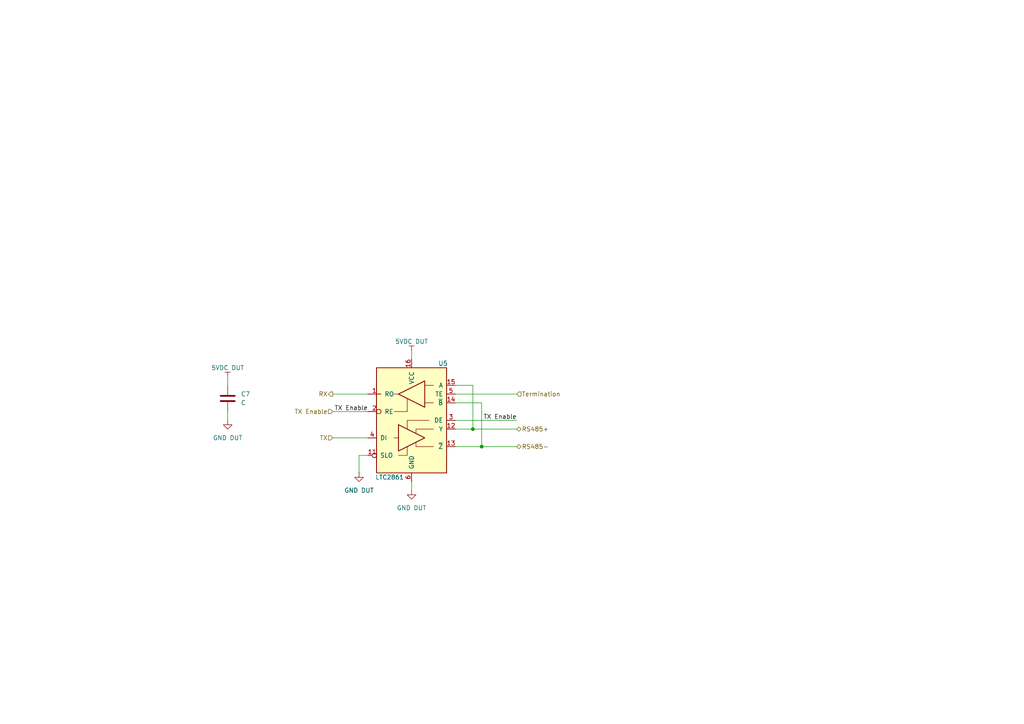
<source format=kicad_sch>
(kicad_sch (version 20231120) (generator "eeschema") (generator_version "8.0")
  (paper "A4")
  (lib_symbols
    (symbol "Device:C" (pin_numbers hide) (pin_names (offset 0.254))
      (property "Reference" "C" (at 0.635 2.54 0))
      (property "Value" "C" (at 0.635 -2.54 0))
      (symbol "C_0_1"
        (polyline (pts (xy -2.032 -0.762) (xy 2.032 -0.762)) (stroke (width 0.508)))
        (polyline (pts (xy -2.032 0.762) (xy 2.032 0.762)) (stroke (width 0.508)))
      )
      (symbol "C_1_1"
        (pin passive line (at 0 3.81 270) (length 2.794) (name "~") (number "1"))
        (pin passive line (at 0 -3.81 90) (length 2.794) (name "~") (number "2"))
      )
    )
    (symbol "Interface_UART:LTC2861" (pin_names (offset 1.016))
      (property "Reference" "U" (at -8.89 16.51 0))
      (property "Value" "LTC2861" (at 2.54 16.51 0))
      (symbol "LTC2861_0_1"
        (rectangle (start -10.16 15.24) (end 10.16 -15.24) (stroke (width 0.254)) (fill (type background)))
        (polyline (pts (xy 3.81 7.62) (xy 5.08 7.62)))
        (polyline (pts (xy 5.08 -5.08) (xy 3.81 -5.08)))
        (polyline (pts (xy -6.35 5.08) (xy -3.81 5.08) (xy -3.81 5.08)))
        (polyline (pts (xy -6.35 10.16) (xy -3.81 10.16) (xy -3.81 10.16)))
        (polyline (pts (xy -6.35 -7.62) (xy -1.27 -7.62) (xy -1.27 -6.35) (xy -1.27 -6.35)))
        (polyline (pts (xy -6.35 -2.54) (xy -1.27 -2.54) (xy -1.27 -3.81) (xy -1.27 -3.81)))
        (polyline (pts (xy -5.08 0) (xy 1.27 0) (xy 1.27 -2.54) (xy 1.27 -2.54)))
        (polyline (pts (xy 1.27 6.35) (xy 1.27 2.54) (xy 2.54 2.54) (xy 5.08 2.54)))
        (polyline (pts (xy 3.81 -10.16) (xy 1.27 -10.16) (xy 1.27 -7.62) (xy 1.27 -7.62)))
        (polyline (pts (xy -3.81 11.43) (xy -3.81 3.81) (xy 3.81 7.62) (xy -3.81 11.43) (xy -3.81 11.43)) (stroke (width 0.254)))
        (polyline (pts (xy 3.81 -1.27) (xy 3.81 -8.89) (xy -3.81 -5.08) (xy 3.81 -1.27) (xy 3.81 -1.27)) (stroke (width 0.254)))
      )
      (symbol "LTC2861_1_1"
        (pin output line (at 12.7 7.62 180) (length 3.81) (name "RO") (number "1"))
        (pin input inverted (at 12.7 -10.16 180) (length 2.54) (name "SLO") (number "11"))
        (pin output line (at -12.7 -2.54 0) (length 2.54) (name "Y") (number "12"))
        (pin output line (at -12.7 -7.62 0) (length 2.54) (name "~{Z}") (number "13"))
        (pin input line (at -12.7 5.08 0) (length 2.54) (name "~{B}") (number "14"))
        (pin input line (at -12.7 10.16 0) (length 2.54) (name "A") (number "15"))
        (pin power_in line (at 0 17.78 270) (length 2.54) (name "VCC") (number "16"))
        (pin input inverted (at 12.7 2.54 180) (length 3.81) (name "RE") (number "2"))
        (pin input line (at -12.7 0 0) (length 2.54) (name "DE") (number "3"))
        (pin input line (at 12.7 -5.08 180) (length 2.54) (name "DI") (number "4"))
        (pin input line (at -12.7 7.62 0) (length 2.54) (name "TE") (number "5"))
        (pin power_in line (at 0 -17.78 90) (length 2.54) (name "GND") (number "6"))
      )
    )
    (symbol "Prototype Schematic Symbols - Isolated ComPort:5VDC" (power) (pin_numbers hide) (pin_names (offset 0) hide)
      (property "Value" "5VDC" (at 0 2.54 0))
      (symbol "5VDC_0_0"
        (pin power_in line (at 0 0 90) (length 0) (name "~") (number "1"))
      )
      (symbol "5VDC_0_1"
        (polyline (pts (xy 0 0) (xy 0 1.27) (xy 0.762 1.27) (xy 0 1.27) (xy -0.762 1.27) (xy 0 1.27)) (fill (type outline)))
      )
    )
    (symbol "power:GND" (power) (pin_numbers hide) (pin_names (offset 0) hide)
      (property "Value" "GND" (at 0 -3.81 0))
      (symbol "GND_0_1"
        (polyline (pts (xy 0 0) (xy 0 -1.27) (xy 1.27 -1.27) (xy 0 -2.54) (xy -1.27 -1.27) (xy 0 -1.27)))
      )
      (symbol "GND_1_1"
        (pin power_in line (at 0 0 270) (length 0) (name "~") (number "1"))
      )
    )
  )
  (junction (at 137.16 124.46))
  (junction (at 139.7 129.54))
  (wire (pts (xy 137.16 111.76) (xy 137.16 124.46)))
  (wire (pts (xy 132.08 121.92) (xy 149.86 121.92)))
  (wire (pts (xy 66.04 109.22) (xy 66.04 111.76)))
  (wire (pts (xy 104.14 132.08) (xy 104.14 137.16)))
  (wire (pts (xy 106.68 132.08) (xy 104.14 132.08)))
  (wire (pts (xy 96.52 114.3) (xy 106.68 114.3)))
  (wire (pts (xy 139.7 116.84) (xy 139.7 129.54)))
  (wire (pts (xy 96.52 127) (xy 106.68 127)))
  (wire (pts (xy 137.16 124.46) (xy 132.08 124.46)))
  (wire (pts (xy 137.16 124.46) (xy 149.86 124.46)))
  (wire (pts (xy 119.38 139.7) (xy 119.38 142.24)))
  (wire (pts (xy 139.7 129.54) (xy 149.86 129.54)))
  (wire (pts (xy 96.52 119.38) (xy 106.68 119.38)))
  (wire (pts (xy 132.08 116.84) (xy 139.7 116.84)))
  (wire (pts (xy 132.08 111.76) (xy 137.16 111.76)))
  (wire (pts (xy 66.04 119.38) (xy 66.04 121.92)))
  (wire (pts (xy 119.38 101.6) (xy 119.38 104.14)))
  (wire (pts (xy 139.7 129.54) (xy 132.08 129.54)))
  (wire (pts (xy 132.08 114.3) (xy 149.86 114.3)))
  (label "TX Enable" (at 149.86 121.92 180))
  (label "TX Enable" (at 106.68 119.38 180))
  (hierarchical_label "RS485+" (shape bidirectional) (at 149.86 124.46 0))
  (hierarchical_label "Termination" (shape input) (at 149.86 114.3 0))
  (hierarchical_label "TX Enable" (shape input) (at 96.52 119.38 180))
  (hierarchical_label "RS485-" (shape bidirectional) (at 149.86 129.54 0))
  (hierarchical_label "RX" (shape output) (at 96.52 114.3 180))
  (hierarchical_label "TX" (shape input) (at 96.52 127 180))
  (symbol (lib_id "Prototype Schematic Symbols - Isolated ComPort:5VDC") (at 119.38 101.6 0) (unit 1)
    (property "Reference" "#PWR031" (effects (hide yes)))
    (property "Value" "5VDC DUT" (at 119.38 99.06 0))
    (property "Description" "Power symbol creates a global label with name \"5VDC\"" (effects (hide yes)))
  )
  (symbol (lib_id "Interface_UART:LTC2861") (at 119.38 121.92 0) (mirror y) (unit 1)
    (property "Reference" "U5" (at 129.8859 105.41 0) (effects (justify left)))
    (property "Value" "LTC2861" (at 117.1859 138.43 0) (effects (justify left)))
    (property "Footprint" "Package_SO:SSOP-28_5.3x10.2mm_P0.65mm" (effects (hide yes)))
    (property "Datasheet" "https://www.analog.com/media/en/technical-documentation/data-sheets/285961fc.pdf" (effects (hide yes)))
    (property "Description" "20Mbps RS485 transceiver with tntegrated switchable termination" (effects (hide yes)))
  )
  (symbol (lib_id "power:GND") (at 66.04 121.92 0) (unit 1)
    (property "Reference" "#PWR029" (effects (hide yes)))
    (property "Value" "GND DUT" (at 66.04 127 0))
    (property "Description" "Power symbol creates a global label with name \"GND\" , ground" (effects (hide yes)))
  )
  (symbol (lib_id "Device:C") (at 66.04 115.57 0) (unit 1)
    (property "Reference" "C7" (at 69.85 114.2999 0) (effects (justify left)))
    (property "Value" "C" (at 69.85 116.8399 0) (effects (justify left)))
    (property "Description" "Unpolarized capacitor" (effects (hide yes)))
  )
  (symbol (lib_id "power:GND") (at 104.14 137.16 0) (unit 1)
    (property "Reference" "#PWR030" (effects (hide yes)))
    (property "Value" "GND DUT" (at 104.14 142.24 0))
    (property "Description" "Power symbol creates a global label with name \"GND\" , ground" (effects (hide yes)))
  )
  (symbol (lib_id "power:GND") (at 119.38 142.24 0) (unit 1)
    (property "Reference" "#PWR032" (effects (hide yes)))
    (property "Value" "GND DUT" (at 119.38 147.32 0))
    (property "Description" "Power symbol creates a global label with name \"GND\" , ground" (effects (hide yes)))
  )
  (symbol (lib_id "Prototype Schematic Symbols - Isolated ComPort:5VDC") (at 66.04 109.22 0) (unit 1)
    (property "Reference" "#PWR028" (effects (hide yes)))
    (property "Value" "5VDC DUT" (at 66.04 106.68 0))
    (property "Description" "Power symbol creates a global label with name \"5VDC\"" (effects (hide yes)))
  )
)
</source>
